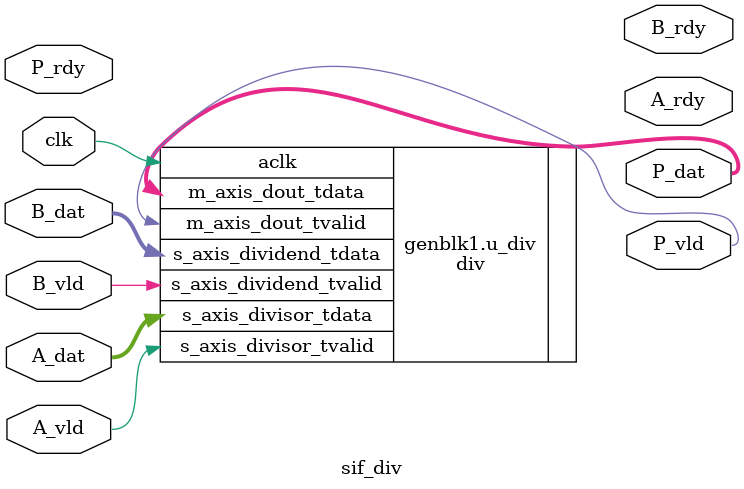
<source format=sv>
`timescale 1ns / 1ps


module sif_div
	#(
		parameter WIDTH = 32
  )
  (
  input                       clk,
  input                       A_vld,
  input   [16-1:0]       A_dat,
  output                      A_rdy,
  input                       B_vld,
  input   [16-1:0]       B_dat,
  output                      B_rdy,
  output                      P_vld,
  output  [WIDTH-1:0]       P_dat,
  input                       P_rdy
    );

  // get output
  generate
    if(WIDTH == 32)  
    begin
      div u_div (
        .aclk(clk),                                  // input wire aclk
        .s_axis_divisor_tvalid(A_vld),            // input wire s_axis_a_tvalid
        // .s_axis_divisor_tready(A_rdy),            // output wire s_axis_a_tready
        .s_axis_divisor_tdata(A_dat),              // input wire [15 : 0] s_axis_a_tdata
        .s_axis_dividend_tvalid(B_vld),            // input wire s_axis_b_tvalid
        // .s_axis_dividend_tready(B_rdy),            // output wire s_axis_b_tready
        .s_axis_dividend_tdata(B_dat),              // input wire [15 : 0] s_axis_b_tdata
        .m_axis_dout_tvalid(P_vld),  // output wire m_axis_result_tvalid
        // .m_axis_dout_tready(P_rdy),  // input wire m_axis_result_tready
        .m_axis_dout_tdata(P_dat)    // output wire [31 : 0] m_axis_result_tdata
      );  
    end
    else if(WIDTH == 16)  
    begin
      div u_div_fp16 (
        .aclk(clk),                                  // input wire aclk
        .s_axis_divisor_tvalid(A_vld),            // input wire s_axis_a_tvalid
        // .s_axis_divisor_tready(A_rdy),            // output wire s_axis_a_tready
        .s_axis_divisor_tdata(A_dat),              // input wire [15 : 0] s_axis_a_tdata
        .s_axis_dividend_tvalid(B_vld),            // input wire s_axis_b_tvalid
        // .s_axis_dividend_tready(B_rdy),            // output wire s_axis_b_tready
        .s_axis_dividend_tdata(B_dat),              // input wire [15 : 0] s_axis_b_tdata
        .m_axis_dout_tvalid(P_vld),  // output wire m_axis_result_tvalid
        // .m_axis_dout_tready(P_rdy),  // input wire m_axis_result_tready
        .m_axis_dout_tdata(P_dat)    // output wire [31 : 0] m_axis_result_tdata
      ); 
    end
  endgenerate 




endmodule
</source>
